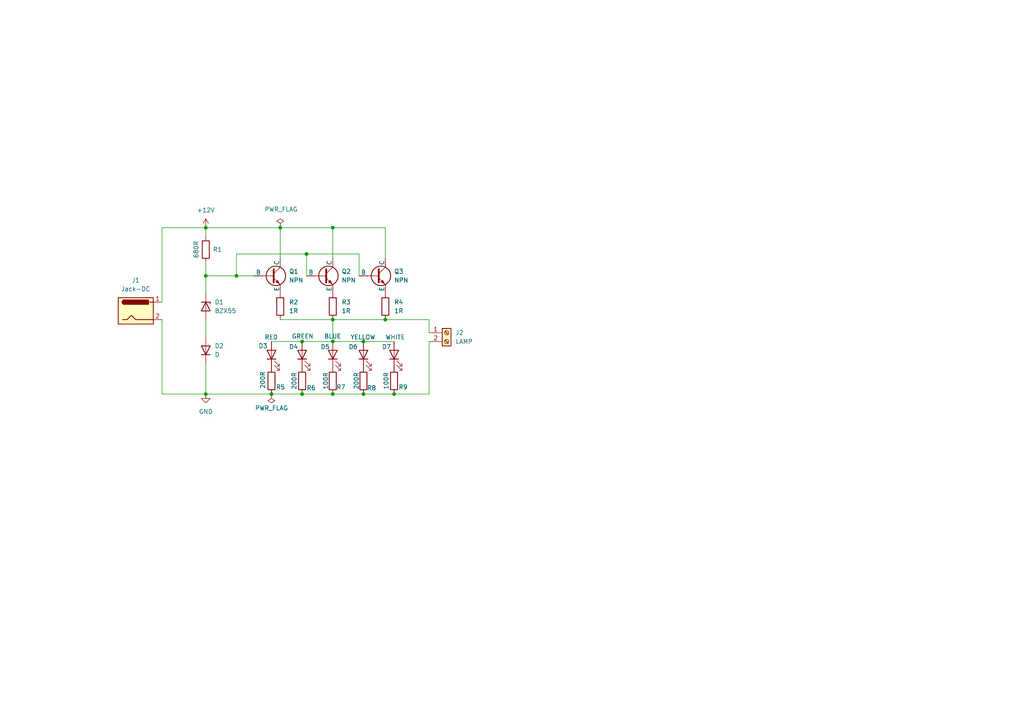
<source format=kicad_sch>
(kicad_sch (version 20231120) (generator "eeschema") (generator_version "8.0")
  (paper "A4")
  (lib_symbols
    (symbol "Connector:Jack-DC" (pin_names (offset 1.016))
      (property "Reference" "J1" (at 0 8.89 0))
      (property "Value" "Jack-DC" (at 0 6.35 0))
      (symbol "Jack-DC_0_1"
        (rectangle (start -5.08 3.81) (end 5.08 -3.81) (stroke (width 0.254)) (fill (type background)))
        (arc (start -3.302 3.175) (mid -3.9343 2.54) (end -3.302 1.905) (stroke (width 0.254)))
        (arc (start -3.302 3.175) (mid -3.9343 2.54) (end -3.302 1.905) (stroke (width 0.254)) (fill (type outline)))
        (polyline (pts (xy 5.08 2.54) (xy 3.81 2.54)) (stroke (width 0.254)))
        (polyline (pts (xy -3.81 -2.54) (xy -2.54 -2.54) (xy -1.27 -1.27) (xy 0 -2.54) (xy 2.54 -2.54) (xy 5.08 -2.54)) (stroke (width 0.254)))
        (rectangle (start 3.683 3.175) (end -3.302 1.905) (stroke (width 0.254)) (fill (type outline)))
      )
      (symbol "Jack-DC_1_1"
        (pin passive line (at 7.62 2.54 180) (length 2.54) (name "~") (number "1"))
        (pin passive line (at 7.62 -2.54 180) (length 2.54) (name "~") (number "2"))
        (pin passive line (at 7.62 -2.54 180) (length 2.54) hide (name "") (number "3"))
      )
    )
    (symbol "Connector:Screw_Terminal_01x02" (pin_names (offset 1.016) hide)
      (property "Reference" "J" (at 0 2.54 0))
      (property "Value" "Screw_Terminal_01x02" (at 0 -5.08 0))
      (symbol "Screw_Terminal_01x02_1_1"
        (rectangle (start -1.27 1.27) (end 1.27 -3.81) (stroke (width 0.254)) (fill (type background)))
        (circle (center 0 -2.54) (radius 0.635) (stroke (width 0.1524)))
        (polyline (pts (xy -0.5334 -2.2098) (xy 0.3302 -3.048)) (stroke (width 0.1524)))
        (polyline (pts (xy -0.5334 0.3302) (xy 0.3302 -0.508)) (stroke (width 0.1524)))
        (polyline (pts (xy -0.3556 -2.032) (xy 0.508 -2.8702)) (stroke (width 0.1524)))
        (polyline (pts (xy -0.3556 0.508) (xy 0.508 -0.3302)) (stroke (width 0.1524)))
        (circle (center 0 0) (radius 0.635) (stroke (width 0.1524)))
        (pin passive line (at -5.08 0 0) (length 3.81) (name "Pin_1") (number "1"))
        (pin passive line (at -5.08 -2.54 0) (length 3.81) (name "Pin_2") (number "2"))
      )
    )
    (symbol "Device:D" (pin_numbers hide) (pin_names (offset 1.016) hide)
      (property "Reference" "D" (at 0 2.54 0))
      (property "Value" "D" (at 0 -2.54 0))
      (symbol "D_0_1"
        (polyline (pts (xy -1.27 1.27) (xy -1.27 -1.27)) (stroke (width 0.254)))
        (polyline (pts (xy 1.27 0) (xy -1.27 0)))
        (polyline (pts (xy 1.27 1.27) (xy 1.27 -1.27) (xy -1.27 0) (xy 1.27 1.27)) (stroke (width 0.254)))
      )
      (symbol "D_1_1"
        (pin passive line (at -3.81 0 0) (length 2.54) (name "K") (number "1"))
        (pin passive line (at 3.81 0 180) (length 2.54) (name "A") (number "2"))
      )
    )
    (symbol "Device:D_Zener" (pin_numbers hide) (pin_names (offset 1.016) hide)
      (property "Reference" "D" (at 0 2.54 0))
      (property "Value" "D_Zener" (at 0 -2.54 0))
      (symbol "D_Zener_0_1"
        (polyline (pts (xy 1.27 0) (xy -1.27 0)))
        (polyline (pts (xy -1.27 -1.27) (xy -1.27 1.27) (xy -0.762 1.27)) (stroke (width 0.254)))
        (polyline (pts (xy 1.27 -1.27) (xy 1.27 1.27) (xy -1.27 0) (xy 1.27 -1.27)) (stroke (width 0.254)))
      )
      (symbol "D_Zener_1_1"
        (pin passive line (at -3.81 0 0) (length 2.54) (name "K") (number "1"))
        (pin passive line (at 3.81 0 180) (length 2.54) (name "A") (number "2"))
      )
    )
    (symbol "Device:LED" (pin_numbers hide) (pin_names (offset 1.016) hide)
      (property "Reference" "D" (at 0 2.54 0))
      (property "Value" "LED" (at 0 -2.54 0))
      (symbol "LED_0_1"
        (polyline (pts (xy -1.27 -1.27) (xy -1.27 1.27)) (stroke (width 0.254)))
        (polyline (pts (xy -1.27 0) (xy 1.27 0)))
        (polyline (pts (xy 1.27 -1.27) (xy 1.27 1.27) (xy -1.27 0) (xy 1.27 -1.27)) (stroke (width 0.254)))
        (polyline (pts (xy -3.048 -0.762) (xy -4.572 -2.286) (xy -3.81 -2.286) (xy -4.572 -2.286) (xy -4.572 -1.524)))
        (polyline (pts (xy -1.778 -0.762) (xy -3.302 -2.286) (xy -2.54 -2.286) (xy -3.302 -2.286) (xy -3.302 -1.524)))
      )
      (symbol "LED_1_1"
        (pin passive line (at -3.81 0 0) (length 2.54) (name "K") (number "1"))
        (pin passive line (at 3.81 0 180) (length 2.54) (name "A") (number "2"))
      )
    )
    (symbol "Device:R" (pin_numbers hide) (pin_names (offset 0))
      (property "Reference" "R" (at 2.032 0 90))
      (property "Value" "R" (at 0 0 90))
      (symbol "R_0_1"
        (rectangle (start -1.016 -2.54) (end 1.016 2.54) (stroke (width 0.254)))
      )
      (symbol "R_1_1"
        (pin passive line (at 0 3.81 270) (length 1.27) (name "~") (number "1"))
        (pin passive line (at 0 -3.81 90) (length 1.27) (name "~") (number "2"))
      )
    )
    (symbol "Simulation_SPICE:NPN" (pin_numbers hide) (pin_names (offset 0))
      (property "Reference" "Q" (at -2.54 7.62 0))
      (property "Value" "NPN" (at -2.54 5.08 0))
      (symbol "NPN_0_1"
        (polyline (pts (xy -2.54 0) (xy 0.635 0)) (stroke (width 0.1524)))
        (polyline (pts (xy 0.635 0.635) (xy 2.54 2.54)))
        (polyline (pts (xy 2.794 -1.27) (xy 2.794 -1.27)) (stroke (width 0.1524)))
        (polyline (pts (xy 2.794 -1.27) (xy 2.794 -1.27)) (stroke (width 0.1524)))
        (polyline (pts (xy 0.635 -0.635) (xy 2.54 -2.54) (xy 2.54 -2.54)))
        (polyline (pts (xy 0.635 1.905) (xy 0.635 -1.905) (xy 0.635 -1.905)) (stroke (width 0.508)))
        (polyline (pts (xy 1.27 -1.778) (xy 1.778 -1.27) (xy 2.286 -2.286) (xy 1.27 -1.778) (xy 1.27 -1.778)) (fill (type outline)))
        (circle (center 1.27 0) (radius 2.8194) (stroke (width 0.254)))
      )
      (symbol "NPN_1_1"
        (pin open_collector line (at 2.54 5.08 270) (length 2.54) (name "C") (number "1"))
        (pin input line (at -5.08 0 0) (length 2.54) (name "B") (number "2"))
        (pin open_emitter line (at 2.54 -5.08 90) (length 2.54) (name "E") (number "3"))
      )
    )
    (symbol "power:+12V" (power) (pin_numbers hide) (pin_names (offset 0) hide)
      (property "Value" "+12V" (at 0 3.556 0))
      (symbol "+12V_0_1"
        (polyline (pts (xy -0.762 1.27) (xy 0 2.54)))
        (polyline (pts (xy 0 0) (xy 0 2.54)))
        (polyline (pts (xy 0 2.54) (xy 0.762 1.27)))
      )
      (symbol "+12V_1_1"
        (pin power_in line (at 0 0 90) (length 0) (name "~") (number "1"))
      )
    )
    (symbol "power:GND" (power) (pin_numbers hide) (pin_names (offset 0) hide)
      (property "Value" "GND" (at 0 -3.81 0))
      (symbol "GND_0_1"
        (polyline (pts (xy 0 0) (xy 0 -1.27) (xy 1.27 -1.27) (xy 0 -2.54) (xy -1.27 -1.27) (xy 0 -1.27)))
      )
      (symbol "GND_1_1"
        (pin power_in line (at 0 0 270) (length 0) (name "~") (number "1"))
      )
    )
    (symbol "power:PWR_FLAG" (power) (pin_numbers hide) (pin_names (offset 0) hide)
      (property "Value" "PWR_FLAG" (at 0 3.81 0))
      (symbol "PWR_FLAG_0_0"
        (pin power_out line (at 0 0 90) (length 0) (name "~") (number "1"))
      )
      (symbol "PWR_FLAG_0_1"
        (polyline (pts (xy 0 0) (xy 0 1.27) (xy -1.016 1.905) (xy 0 2.54) (xy 1.016 1.905) (xy 0 1.27)))
      )
    )
  )
  (junction (at 96.52 114.3))
  (junction (at 96.52 99.06))
  (junction (at 105.41 114.3))
  (junction (at 96.52 92.71))
  (junction (at 96.52 66.04))
  (junction (at 59.69 114.3))
  (junction (at 87.63 99.06))
  (junction (at 88.9 73.66))
  (junction (at 59.69 66.04))
  (junction (at 105.41 99.06))
  (junction (at 87.63 114.3))
  (junction (at 114.3 114.3))
  (junction (at 111.76 92.71))
  (junction (at 59.69 80.01))
  (junction (at 68.58 80.01))
  (junction (at 81.28 66.04))
  (junction (at 78.74 114.3))
  (wire (pts (xy 59.69 92.71) (xy 59.69 97.79)))
  (wire (pts (xy 111.76 66.04) (xy 111.76 74.93)))
  (wire (pts (xy 46.99 66.04) (xy 59.69 66.04)))
  (wire (pts (xy 68.58 80.01) (xy 73.66 80.01)))
  (wire (pts (xy 88.9 73.66) (xy 88.9 80.01)))
  (wire (pts (xy 87.63 114.3) (xy 96.52 114.3)))
  (wire (pts (xy 104.14 73.66) (xy 104.14 80.01)))
  (wire (pts (xy 68.58 73.66) (xy 68.58 80.01)))
  (wire (pts (xy 46.99 87.63) (xy 46.99 66.04)))
  (wire (pts (xy 81.28 66.04) (xy 96.52 66.04)))
  (wire (pts (xy 68.58 73.66) (xy 88.9 73.66)))
  (wire (pts (xy 59.69 80.01) (xy 68.58 80.01)))
  (wire (pts (xy 96.52 92.71) (xy 111.76 92.71)))
  (wire (pts (xy 96.52 114.3) (xy 105.41 114.3)))
  (wire (pts (xy 46.99 92.71) (xy 46.99 114.3)))
  (wire (pts (xy 46.99 114.3) (xy 59.69 114.3)))
  (wire (pts (xy 96.52 66.04) (xy 111.76 66.04)))
  (wire (pts (xy 105.41 114.3) (xy 114.3 114.3)))
  (wire (pts (xy 81.28 92.71) (xy 96.52 92.71)))
  (wire (pts (xy 78.74 114.3) (xy 87.63 114.3)))
  (wire (pts (xy 87.63 99.06) (xy 96.52 99.06)))
  (wire (pts (xy 124.46 92.71) (xy 124.46 96.52)))
  (wire (pts (xy 96.52 99.06) (xy 105.41 99.06)))
  (wire (pts (xy 81.28 66.04) (xy 81.28 74.93)))
  (wire (pts (xy 78.74 99.06) (xy 87.63 99.06)))
  (wire (pts (xy 124.46 99.06) (xy 124.46 114.3)))
  (wire (pts (xy 59.69 80.01) (xy 59.69 85.09)))
  (wire (pts (xy 105.41 99.06) (xy 114.3 99.06)))
  (wire (pts (xy 59.69 76.2) (xy 59.69 80.01)))
  (wire (pts (xy 114.3 114.3) (xy 124.46 114.3)))
  (wire (pts (xy 59.69 68.58) (xy 59.69 66.04)))
  (wire (pts (xy 111.76 92.71) (xy 124.46 92.71)))
  (wire (pts (xy 96.52 92.71) (xy 96.52 99.06)))
  (wire (pts (xy 59.69 66.04) (xy 81.28 66.04)))
  (wire (pts (xy 96.52 66.04) (xy 96.52 74.93)))
  (wire (pts (xy 59.69 114.3) (xy 78.74 114.3)))
  (wire (pts (xy 88.9 73.66) (xy 104.14 73.66)))
  (wire (pts (xy 59.69 105.41) (xy 59.69 114.3)))
  (symbol (lib_id "Connector:Jack-DC") (at 39.37 90.17 0) (unit 1)
    (property "Reference" "J1" (at 39.37 81.28 0))
    (property "Value" "Jack-DC" (at 39.37 83.82 0))
    (property "Footprint" "Connector_BarrelJack:BarrelJack_Horizontal" (effects (hide yes)))
    (property "Description" "DC Barrel Jack" (effects (hide yes)))
  )
  (symbol (lib_id "power:+12V") (at 59.69 66.04 0) (unit 1)
    (property "Reference" "#PWR01" (effects (hide yes)))
    (property "Value" "+12V" (at 59.69 60.96 0))
    (property "Description" "Power symbol creates a global label with name \"+12V\"" (effects (hide yes)))
  )
  (symbol (lib_id "Device:LED") (at 78.74 102.87 90) (unit 1)
    (property "Reference" "D3" (at 74.93 100.33 90) (effects (justify right)))
    (property "Value" "RED" (at 76.708 97.79 90) (effects (justify right)))
    (property "Footprint" "LED_THT:LED_D5.0mm" (effects (hide yes)))
    (property "Description" "Light emitting diode" (effects (hide yes)))
  )
  (symbol (lib_id "Connector:Screw_Terminal_01x02") (at 129.54 96.52 0) (unit 1)
    (property "Reference" "J2" (at 132.08 96.5199 0) (effects (justify left)))
    (property "Value" "LAMP" (at 132.08 99.0599 0) (effects (justify left)))
    (property "Footprint" "TerminalBlock_Phoenix:TerminalBlock_Phoenix_MKDS-1,5-2_1x02_P5.00mm_Horizontal" (effects (hide yes)))
    (property "Description" "Generic screw terminal, single row, 01x02, script generated (kicad-library-utils/schlib/autogen/connector/)" (effects (hide yes)))
  )
  (symbol (lib_id "Simulation_SPICE:NPN") (at 93.98 80.01 0) (unit 1)
    (property "Reference" "Q2" (at 99.06 78.7399 0) (effects (justify left)))
    (property "Value" "NPN" (at 99.06 81.2799 0) (effects (justify left)))
    (property "Footprint" "Package_TO_SOT_THT:TO-92" (effects (hide yes)))
    (property "Datasheet" "https://ngspice.sourceforge.io/docs/ngspice-html-manual/manual.xhtml#cha_BJTs" (effects (hide yes)))
    (property "Description" "Bipolar transistor symbol for simulation only, substrate tied to the emitter" (effects (hide yes)))
    (property "Sim.Device" "NPN" (effects (hide yes)))
    (property "Sim.Type" "GUMMELPOON" (effects (hide yes)))
    (property "Sim.Pins" "1=C 2=B 3=E" (effects (hide yes)))
  )
  (symbol (lib_id "power:GND") (at 59.69 114.3 0) (unit 1)
    (property "Reference" "#PWR02" (effects (hide yes)))
    (property "Value" "GND" (at 59.69 119.38 0))
    (property "Description" "Power symbol creates a global label with name \"GND\" , ground" (effects (hide yes)))
  )
  (symbol (lib_id "Device:R") (at 96.52 110.49 0) (unit 1)
    (property "Reference" "R7" (at 97.536 112.268 0) (effects (justify left)))
    (property "Value" "100R" (at 94.488 113.03 90) (effects (justify left)))
    (property "Footprint" "Resistor_THT:R_Axial_DIN0204_L3.6mm_D1.6mm_P5.08mm_Horizontal" (effects (hide yes)))
    (property "Description" "Resistor" (effects (hide yes)))
  )
  (symbol (lib_id "Device:R") (at 59.69 72.39 0) (unit 1)
    (property "Reference" "R1" (at 61.722 72.39 0) (effects (justify left)))
    (property "Value" "680R" (at 56.896 74.93 90) (effects (justify left)))
    (property "Footprint" "Resistor_THT:R_Axial_DIN0204_L3.6mm_D1.6mm_P5.08mm_Horizontal" (effects (hide yes)))
    (property "Description" "Resistor" (effects (hide yes)))
  )
  (symbol (lib_id "Device:LED") (at 96.52 102.87 90) (unit 1)
    (property "Reference" "D5" (at 92.964 100.584 90) (effects (justify right)))
    (property "Value" "BLUE" (at 93.98 97.536 90) (effects (justify right)))
    (property "Footprint" "LED_THT:LED_D5.0mm" (effects (hide yes)))
    (property "Description" "Light emitting diode" (effects (hide yes)))
  )
  (symbol (lib_id "Simulation_SPICE:NPN") (at 78.74 80.01 0) (unit 1)
    (property "Reference" "Q1" (at 83.82 78.7399 0) (effects (justify left)))
    (property "Value" "NPN" (at 83.82 81.2799 0) (effects (justify left)))
    (property "Footprint" "Package_TO_SOT_THT:TO-92" (effects (hide yes)))
    (property "Datasheet" "https://ngspice.sourceforge.io/docs/ngspice-html-manual/manual.xhtml#cha_BJTs" (effects (hide yes)))
    (property "Description" "Bipolar transistor symbol for simulation only, substrate tied to the emitter" (effects (hide yes)))
    (property "Sim.Device" "NPN" (effects (hide yes)))
    (property "Sim.Type" "GUMMELPOON" (effects (hide yes)))
    (property "Sim.Pins" "1=C 2=B 3=E" (effects (hide yes)))
  )
  (symbol (lib_id "Device:R") (at 78.74 110.49 0) (unit 1)
    (property "Reference" "R5" (at 80.01 112.268 0) (effects (justify left)))
    (property "Value" "200R" (at 76.2 112.776 90) (effects (justify left)))
    (property "Footprint" "Resistor_THT:R_Axial_DIN0204_L3.6mm_D1.6mm_P5.08mm_Horizontal" (effects (hide yes)))
    (property "Description" "Resistor" (effects (hide yes)))
  )
  (symbol (lib_id "power:PWR_FLAG") (at 78.74 114.3 180) (unit 1)
    (property "Reference" "#FLG02" (effects (hide yes)))
    (property "Value" "PWR_FLAG" (at 73.914 118.364 0) (effects (justify right)))
    (property "Description" "Special symbol for telling ERC where power comes from" (effects (hide yes)))
  )
  (symbol (lib_id "Simulation_SPICE:NPN") (at 109.22 80.01 0) (unit 1)
    (property "Reference" "Q3" (at 114.3 78.7399 0) (effects (justify left)))
    (property "Value" "NPN" (at 114.3 81.2799 0) (effects (justify left)))
    (property "Footprint" "Package_TO_SOT_THT:TO-92" (effects (hide yes)))
    (property "Datasheet" "https://ngspice.sourceforge.io/docs/ngspice-html-manual/manual.xhtml#cha_BJTs" (effects (hide yes)))
    (property "Description" "Bipolar transistor symbol for simulation only, substrate tied to the emitter" (effects (hide yes)))
    (property "Sim.Device" "NPN" (effects (hide yes)))
    (property "Sim.Type" "GUMMELPOON" (effects (hide yes)))
    (property "Sim.Pins" "1=C 2=B 3=E" (effects (hide yes)))
  )
  (symbol (lib_id "Device:R") (at 96.52 88.9 0) (unit 1)
    (property "Reference" "R3" (at 99.06 87.6299 0) (effects (justify left)))
    (property "Value" "1R" (at 99.06 90.1699 0) (effects (justify left)))
    (property "Footprint" "Resistor_THT:R_Axial_DIN0204_L3.6mm_D1.6mm_P5.08mm_Horizontal" (effects (hide yes)))
    (property "Description" "Resistor" (effects (hide yes)))
  )
  (symbol (lib_id "Device:R") (at 114.3 110.49 0) (unit 1)
    (property "Reference" "R9" (at 115.57 112.268 0) (effects (justify left)))
    (property "Value" "100R" (at 112.014 113.03 90) (effects (justify left)))
    (property "Footprint" "Resistor_THT:R_Axial_DIN0204_L3.6mm_D1.6mm_P5.08mm_Horizontal" (effects (hide yes)))
    (property "Description" "Resistor" (effects (hide yes)))
  )
  (symbol (lib_id "Device:R") (at 81.28 88.9 0) (unit 1)
    (property "Reference" "R2" (at 83.82 87.6299 0) (effects (justify left)))
    (property "Value" "1R" (at 83.82 90.1699 0) (effects (justify left)))
    (property "Footprint" "Resistor_THT:R_Axial_DIN0204_L3.6mm_D1.6mm_P5.08mm_Horizontal" (effects (hide yes)))
    (property "Description" "Resistor" (effects (hide yes)))
  )
  (symbol (lib_id "Device:D_Zener") (at 59.69 88.9 270) (unit 1)
    (property "Reference" "D1" (at 62.23 87.6299 90) (effects (justify left)))
    (property "Value" "BZX55" (at 62.23 90.1699 90) (effects (justify left)))
    (property "Footprint" "Diode_THT:D_DO-35_SOD27_P7.62mm_Horizontal" (effects (hide yes)))
    (property "Description" "Zener diode" (effects (hide yes)))
  )
  (symbol (lib_id "Device:D") (at 59.69 101.6 90) (unit 1)
    (property "Reference" "D2" (at 62.23 100.3299 90) (effects (justify right)))
    (property "Value" "D" (at 62.23 102.8699 90) (effects (justify right)))
    (property "Footprint" "Diode_THT:D_DO-34_SOD68_P7.62mm_Horizontal" (effects (hide yes)))
    (property "Description" "Diode" (effects (hide yes)))
    (property "Sim.Device" "D" (effects (hide yes)))
    (property "Sim.Pins" "1=K 2=A" (effects (hide yes)))
  )
  (symbol (lib_id "Device:LED") (at 105.41 102.87 90) (unit 1)
    (property "Reference" "D6" (at 101.092 100.584 90) (effects (justify right)))
    (property "Value" "YELLOW" (at 101.6 97.79 90) (effects (justify right)))
    (property "Footprint" "LED_THT:LED_D5.0mm" (effects (hide yes)))
    (property "Description" "Light emitting diode" (effects (hide yes)))
  )
  (symbol (lib_id "power:PWR_FLAG") (at 81.28 66.04 0) (unit 1)
    (property "Reference" "#FLG01" (effects (hide yes)))
    (property "Value" "PWR_FLAG" (at 76.708 60.706 0) (effects (justify left)))
    (property "Description" "Special symbol for telling ERC where power comes from" (effects (hide yes)))
  )
  (symbol (lib_id "Device:LED") (at 114.3 102.87 90) (unit 1)
    (property "Reference" "D7" (at 110.744 100.584 90) (effects (justify right)))
    (property "Value" "WHITE" (at 111.76 97.79 90) (effects (justify right)))
    (property "Footprint" "LED_THT:LED_D5.0mm" (effects (hide yes)))
    (property "Description" "Light emitting diode" (effects (hide yes)))
  )
  (symbol (lib_id "Device:LED") (at 87.63 102.87 90) (unit 1)
    (property "Reference" "D4" (at 83.82 100.584 90) (effects (justify right)))
    (property "Value" "GREEN" (at 84.582 97.536 90) (effects (justify right)))
    (property "Footprint" "LED_THT:LED_D5.0mm" (effects (hide yes)))
    (property "Description" "Light emitting diode" (effects (hide yes)))
  )
  (symbol (lib_id "Device:R") (at 105.41 110.49 0) (unit 1)
    (property "Reference" "R8" (at 106.426 112.522 0) (effects (justify left)))
    (property "Value" "200R" (at 103.378 113.03 90) (effects (justify left)))
    (property "Footprint" "Resistor_THT:R_Axial_DIN0204_L3.6mm_D1.6mm_P5.08mm_Horizontal" (effects (hide yes)))
    (property "Description" "Resistor" (effects (hide yes)))
  )
  (symbol (lib_id "Device:R") (at 87.63 110.49 0) (unit 1)
    (property "Reference" "R6" (at 88.9 112.522 0) (effects (justify left)))
    (property "Value" "200R" (at 85.344 113.03 90) (effects (justify left)))
    (property "Footprint" "Resistor_THT:R_Axial_DIN0204_L3.6mm_D1.6mm_P5.08mm_Horizontal" (effects (hide yes)))
    (property "Description" "Resistor" (effects (hide yes)))
  )
  (symbol (lib_id "Device:R") (at 111.76 88.9 0) (unit 1)
    (property "Reference" "R4" (at 114.3 87.6299 0) (effects (justify left)))
    (property "Value" "1R" (at 114.3 90.1699 0) (effects (justify left)))
    (property "Footprint" "Resistor_THT:R_Axial_DIN0204_L3.6mm_D1.6mm_P5.08mm_Horizontal" (effects (hide yes)))
    (property "Description" "Resistor" (effects (hide yes)))
  )
)
</source>
